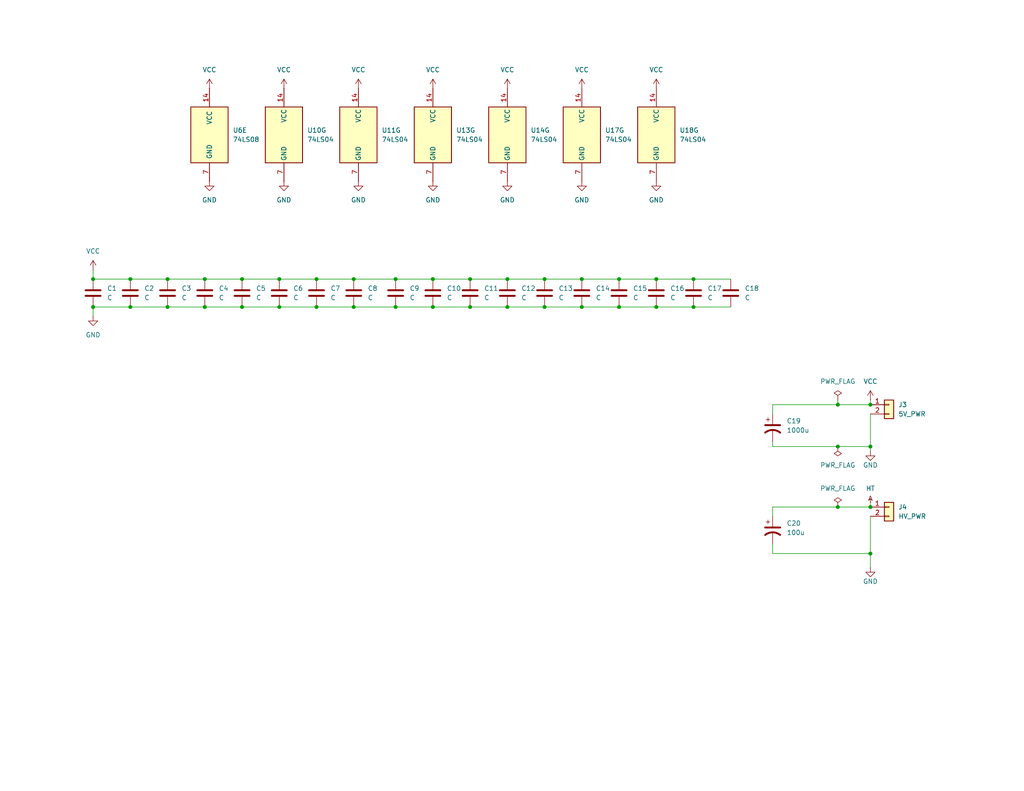
<source format=kicad_sch>
(kicad_sch (version 20231120) (generator "eeschema") (generator_version "8.0")
  (paper "USLetter")
  (title_block (title "TTL Calculator Display Driver") (date "2025-02-14") (rev "A"))
  (lib_symbols
    (symbol "74xx:74LS04"
      (property "Reference" "U" (at 0 1.27 0))
      (property "Value" "74LS04" (at 0 -1.27 0))
      (symbol "74LS04_1_0"
        (polyline (pts (xy -3.81 3.81) (xy -3.81 -3.81) (xy 3.81 0) (xy -3.81 3.81)) (stroke (width 0.254)) (fill (type background)))
        (pin input line (at -7.62 0 0) (length 3.81) (name "~") (number "1"))
        (pin output inverted (at 7.62 0 180) (length 3.81) (name "~") (number "2"))
      )
      (symbol "74LS04_2_0"
        (polyline (pts (xy -3.81 3.81) (xy -3.81 -3.81) (xy 3.81 0) (xy -3.81 3.81)) (stroke (width 0.254)) (fill (type background)))
        (pin input line (at -7.62 0 0) (length 3.81) (name "~") (number "3"))
        (pin output inverted (at 7.62 0 180) (length 3.81) (name "~") (number "4"))
      )
      (symbol "74LS04_3_0"
        (polyline (pts (xy -3.81 3.81) (xy -3.81 -3.81) (xy 3.81 0) (xy -3.81 3.81)) (stroke (width 0.254)) (fill (type background)))
        (pin input line (at -7.62 0 0) (length 3.81) (name "~") (number "5"))
        (pin output inverted (at 7.62 0 180) (length 3.81) (name "~") (number "6"))
      )
      (symbol "74LS04_4_0"
        (polyline (pts (xy -3.81 3.81) (xy -3.81 -3.81) (xy 3.81 0) (xy -3.81 3.81)) (stroke (width 0.254)) (fill (type background)))
        (pin output inverted (at 7.62 0 180) (length 3.81) (name "~") (number "8"))
        (pin input line (at -7.62 0 0) (length 3.81) (name "~") (number "9"))
      )
      (symbol "74LS04_5_0"
        (polyline (pts (xy -3.81 3.81) (xy -3.81 -3.81) (xy 3.81 0) (xy -3.81 3.81)) (stroke (width 0.254)) (fill (type background)))
        (pin output inverted (at 7.62 0 180) (length 3.81) (name "~") (number "10"))
        (pin input line (at -7.62 0 0) (length 3.81) (name "~") (number "11"))
      )
      (symbol "74LS04_6_0"
        (polyline (pts (xy -3.81 3.81) (xy -3.81 -3.81) (xy 3.81 0) (xy -3.81 3.81)) (stroke (width 0.254)) (fill (type background)))
        (pin output inverted (at 7.62 0 180) (length 3.81) (name "~") (number "12"))
        (pin input line (at -7.62 0 0) (length 3.81) (name "~") (number "13"))
      )
      (symbol "74LS04_7_0"
        (pin power_in line (at 0 12.7 270) (length 5.08) (name "VCC") (number "14"))
        (pin power_in line (at 0 -12.7 90) (length 5.08) (name "GND") (number "7"))
      )
      (symbol "74LS04_7_1"
        (rectangle (start -5.08 7.62) (end 5.08 -7.62) (stroke (width 0.254)) (fill (type background)))
      )
    )
    (symbol "74xx:74LS08" (pin_names (offset 1.016))
      (property "Reference" "U" (at 0 1.27 0))
      (property "Value" "74LS08" (at 0 -1.27 0))
      (symbol "74LS08_1_1"
        (arc (start 0 -3.81) (mid 3.7934 0) (end 0 3.81) (stroke (width 0.254)) (fill (type background)))
        (polyline (pts (xy 0 3.81) (xy -3.81 3.81) (xy -3.81 -3.81) (xy 0 -3.81)) (stroke (width 0.254)) (fill (type background)))
        (pin input line (at -7.62 2.54 0) (length 3.81) (name "~") (number "1"))
        (pin input line (at -7.62 -2.54 0) (length 3.81) (name "~") (number "2"))
        (pin output line (at 7.62 0 180) (length 3.81) (name "~") (number "3"))
      )
      (symbol "74LS08_1_2"
        (arc (start -3.81 -3.81) (mid -2.589 0) (end -3.81 3.81) (stroke (width 0.254)))
        (arc (start -0.6096 -3.81) (mid 2.1842 -2.5851) (end 3.81 0) (stroke (width 0.254)) (fill (type background)))
        (polyline (pts (xy -3.81 -3.81) (xy -0.635 -3.81)) (stroke (width 0.254)) (fill (type background)))
        (polyline (pts (xy -3.81 3.81) (xy -0.635 3.81)) (stroke (width 0.254)) (fill (type background)))
        (polyline (pts (xy -0.635 3.81) (xy -3.81 3.81) (xy -3.81 3.81) (xy -3.556 3.4036) (xy -3.0226 2.2606) (xy -2.6924 1.0414) (xy -2.6162 -0.254) (xy -2.7686 -1.4986) (xy -3.175 -2.7178) (xy -3.81 -3.81) (xy -3.81 -3.81) (xy -0.635 -3.81)) (stroke (width -25.4)) (fill (type background)))
        (arc (start 3.81 0) (mid 2.1915 2.5936) (end -0.6096 3.81) (stroke (width 0.254)) (fill (type background)))
        (pin input inverted (at -7.62 2.54 0) (length 4.318) (name "~") (number "1"))
        (pin input inverted (at -7.62 -2.54 0) (length 4.318) (name "~") (number "2"))
        (pin output inverted (at 7.62 0 180) (length 3.81) (name "~") (number "3"))
      )
      (symbol "74LS08_2_1"
        (arc (start 0 -3.81) (mid 3.7934 0) (end 0 3.81) (stroke (width 0.254)) (fill (type background)))
        (polyline (pts (xy 0 3.81) (xy -3.81 3.81) (xy -3.81 -3.81) (xy 0 -3.81)) (stroke (width 0.254)) (fill (type background)))
        (pin input line (at -7.62 2.54 0) (length 3.81) (name "~") (number "4"))
        (pin input line (at -7.62 -2.54 0) (length 3.81) (name "~") (number "5"))
        (pin output line (at 7.62 0 180) (length 3.81) (name "~") (number "6"))
      )
      (symbol "74LS08_2_2"
        (arc (start -3.81 -3.81) (mid -2.589 0) (end -3.81 3.81) (stroke (width 0.254)))
        (arc (start -0.6096 -3.81) (mid 2.1842 -2.5851) (end 3.81 0) (stroke (width 0.254)) (fill (type background)))
        (polyline (pts (xy -3.81 -3.81) (xy -0.635 -3.81)) (stroke (width 0.254)) (fill (type background)))
        (polyline (pts (xy -3.81 3.81) (xy -0.635 3.81)) (stroke (width 0.254)) (fill (type background)))
        (polyline (pts (xy -0.635 3.81) (xy -3.81 3.81) (xy -3.81 3.81) (xy -3.556 3.4036) (xy -3.0226 2.2606) (xy -2.6924 1.0414) (xy -2.6162 -0.254) (xy -2.7686 -1.4986) (xy -3.175 -2.7178) (xy -3.81 -3.81) (xy -3.81 -3.81) (xy -0.635 -3.81)) (stroke (width -25.4)) (fill (type background)))
        (arc (start 3.81 0) (mid 2.1915 2.5936) (end -0.6096 3.81) (stroke (width 0.254)) (fill (type background)))
        (pin input inverted (at -7.62 2.54 0) (length 4.318) (name "~") (number "4"))
        (pin input inverted (at -7.62 -2.54 0) (length 4.318) (name "~") (number "5"))
        (pin output inverted (at 7.62 0 180) (length 3.81) (name "~") (number "6"))
      )
      (symbol "74LS08_3_1"
        (arc (start 0 -3.81) (mid 3.7934 0) (end 0 3.81) (stroke (width 0.254)) (fill (type background)))
        (polyline (pts (xy 0 3.81) (xy -3.81 3.81) (xy -3.81 -3.81) (xy 0 -3.81)) (stroke (width 0.254)) (fill (type background)))
        (pin input line (at -7.62 -2.54 0) (length 3.81) (name "~") (number "10"))
        (pin output line (at 7.62 0 180) (length 3.81) (name "~") (number "8"))
        (pin input line (at -7.62 2.54 0) (length 3.81) (name "~") (number "9"))
      )
      (symbol "74LS08_3_2"
        (arc (start -3.81 -3.81) (mid -2.589 0) (end -3.81 3.81) (stroke (width 0.254)))
        (arc (start -0.6096 -3.81) (mid 2.1842 -2.5851) (end 3.81 0) (stroke (width 0.254)) (fill (type background)))
        (polyline (pts (xy -3.81 -3.81) (xy -0.635 -3.81)) (stroke (width 0.254)) (fill (type background)))
        (polyline (pts (xy -3.81 3.81) (xy -0.635 3.81)) (stroke (width 0.254)) (fill (type background)))
        (polyline (pts (xy -0.635 3.81) (xy -3.81 3.81) (xy -3.81 3.81) (xy -3.556 3.4036) (xy -3.0226 2.2606) (xy -2.6924 1.0414) (xy -2.6162 -0.254) (xy -2.7686 -1.4986) (xy -3.175 -2.7178) (xy -3.81 -3.81) (xy -3.81 -3.81) (xy -0.635 -3.81)) (stroke (width -25.4)) (fill (type background)))
        (arc (start 3.81 0) (mid 2.1915 2.5936) (end -0.6096 3.81) (stroke (width 0.254)) (fill (type background)))
        (pin input inverted (at -7.62 -2.54 0) (length 4.318) (name "~") (number "10"))
        (pin output inverted (at 7.62 0 180) (length 3.81) (name "~") (number "8"))
        (pin input inverted (at -7.62 2.54 0) (length 4.318) (name "~") (number "9"))
      )
      (symbol "74LS08_4_1"
        (arc (start 0 -3.81) (mid 3.7934 0) (end 0 3.81) (stroke (width 0.254)) (fill (type background)))
        (polyline (pts (xy 0 3.81) (xy -3.81 3.81) (xy -3.81 -3.81) (xy 0 -3.81)) (stroke (width 0.254)) (fill (type background)))
        (pin output line (at 7.62 0 180) (length 3.81) (name "~") (number "11"))
        (pin input line (at -7.62 2.54 0) (length 3.81) (name "~") (number "12"))
        (pin input line (at -7.62 -2.54 0) (length 3.81) (name "~") (number "13"))
      )
      (symbol "74LS08_4_2"
        (arc (start -3.81 -3.81) (mid -2.589 0) (end -3.81 3.81) (stroke (width 0.254)))
        (arc (start -0.6096 -3.81) (mid 2.1842 -2.5851) (end 3.81 0) (stroke (width 0.254)) (fill (type background)))
        (polyline (pts (xy -3.81 -3.81) (xy -0.635 -3.81)) (stroke (width 0.254)) (fill (type background)))
        (polyline (pts (xy -3.81 3.81) (xy -0.635 3.81)) (stroke (width 0.254)) (fill (type background)))
        (polyline (pts (xy -0.635 3.81) (xy -3.81 3.81) (xy -3.81 3.81) (xy -3.556 3.4036) (xy -3.0226 2.2606) (xy -2.6924 1.0414) (xy -2.6162 -0.254) (xy -2.7686 -1.4986) (xy -3.175 -2.7178) (xy -3.81 -3.81) (xy -3.81 -3.81) (xy -0.635 -3.81)) (stroke (width -25.4)) (fill (type background)))
        (arc (start 3.81 0) (mid 2.1915 2.5936) (end -0.6096 3.81) (stroke (width 0.254)) (fill (type background)))
        (pin output inverted (at 7.62 0 180) (length 3.81) (name "~") (number "11"))
        (pin input inverted (at -7.62 2.54 0) (length 4.318) (name "~") (number "12"))
        (pin input inverted (at -7.62 -2.54 0) (length 4.318) (name "~") (number "13"))
      )
      (symbol "74LS08_5_0"
        (pin power_in line (at 0 12.7 270) (length 5.08) (name "VCC") (number "14"))
        (pin power_in line (at 0 -12.7 90) (length 5.08) (name "GND") (number "7"))
      )
      (symbol "74LS08_5_1"
        (rectangle (start -5.08 7.62) (end 5.08 -7.62) (stroke (width 0.254)) (fill (type background)))
      )
    )
    (symbol "Connector_Generic:Conn_01x02" (pin_names (offset 1.016) hide)
      (property "Reference" "J" (at 0 2.54 0))
      (property "Value" "Conn_01x02" (at 0 -5.08 0))
      (symbol "Conn_01x02_1_1"
        (rectangle (start -1.27 -2.413) (end 0 -2.667) (stroke (width 0.1524)))
        (rectangle (start -1.27 0.127) (end 0 -0.127) (stroke (width 0.1524)))
        (rectangle (start -1.27 1.27) (end 1.27 -3.81) (stroke (width 0.254)) (fill (type background)))
        (pin passive line (at -5.08 0 0) (length 3.81) (name "Pin_1") (number "1"))
        (pin passive line (at -5.08 -2.54 0) (length 3.81) (name "Pin_2") (number "2"))
      )
    )
    (symbol "Device:C" (pin_numbers hide) (pin_names (offset 0.254))
      (property "Reference" "C" (at 0.635 2.54 0))
      (property "Value" "C" (at 0.635 -2.54 0))
      (symbol "C_0_1"
        (polyline (pts (xy -2.032 -0.762) (xy 2.032 -0.762)) (stroke (width 0.508)))
        (polyline (pts (xy -2.032 0.762) (xy 2.032 0.762)) (stroke (width 0.508)))
      )
      (symbol "C_1_1"
        (pin passive line (at 0 3.81 270) (length 2.794) (name "~") (number "1"))
        (pin passive line (at 0 -3.81 90) (length 2.794) (name "~") (number "2"))
      )
    )
    (symbol "Device:C_Polarized_US" (pin_numbers hide) (pin_names (offset 0.254) hide)
      (property "Reference" "C" (at 0.635 2.54 0))
      (property "Value" "C_Polarized_US" (at 0.635 -2.54 0))
      (symbol "C_Polarized_US_0_1"
        (polyline (pts (xy -2.032 0.762) (xy 2.032 0.762)) (stroke (width 0.508)))
        (polyline (pts (xy -1.778 2.286) (xy -0.762 2.286)))
        (polyline (pts (xy -1.27 1.778) (xy -1.27 2.794)))
        (arc (start 2.032 -1.27) (mid 0 -0.5572) (end -2.032 -1.27) (stroke (width 0.508)))
      )
      (symbol "C_Polarized_US_1_1"
        (pin passive line (at 0 3.81 270) (length 2.794) (name "~") (number "1"))
        (pin passive line (at 0 -3.81 90) (length 3.302) (name "~") (number "2"))
      )
    )
    (symbol "power:GND" (power) (pin_numbers hide) (pin_names (offset 0) hide)
      (property "Value" "GND" (at 0 -3.81 0))
      (symbol "GND_0_1"
        (polyline (pts (xy 0 0) (xy 0 -1.27) (xy 1.27 -1.27) (xy 0 -2.54) (xy -1.27 -1.27) (xy 0 -1.27)))
      )
      (symbol "GND_1_1"
        (pin power_in line (at 0 0 270) (length 0) (name "~") (number "1"))
      )
    )
    (symbol "power:HT" (power) (pin_numbers hide) (pin_names (offset 0) hide)
      (property "Value" "HT" (at 0 3.048 0))
      (symbol "HT_0_0"
        (pin power_in line (at 0 0 90) (length 0) (name "~") (number "1"))
      )
      (symbol "HT_0_1"
        (polyline (pts (xy 0 0) (xy 0 1.016) (xy 0 1.016)))
        (polyline (pts (xy 0 1.016) (xy 0.508 0.508) (xy 0 1.778) (xy -0.508 0.508) (xy 0 1.016) (xy 0 1.016)))
      )
    )
    (symbol "power:PWR_FLAG" (power) (pin_numbers hide) (pin_names (offset 0) hide)
      (property "Value" "PWR_FLAG" (at 0 3.81 0))
      (symbol "PWR_FLAG_0_0"
        (pin power_out line (at 0 0 90) (length 0) (name "~") (number "1"))
      )
      (symbol "PWR_FLAG_0_1"
        (polyline (pts (xy 0 0) (xy 0 1.27) (xy -1.016 1.905) (xy 0 2.54) (xy 1.016 1.905) (xy 0 1.27)))
      )
    )
    (symbol "power:VCC" (power) (pin_numbers hide) (pin_names (offset 0) hide)
      (property "Value" "VCC" (at 0 3.556 0))
      (symbol "VCC_0_1"
        (polyline (pts (xy -0.762 1.27) (xy 0 2.54)))
        (polyline (pts (xy 0 0) (xy 0 2.54)))
        (polyline (pts (xy 0 2.54) (xy 0.762 1.27)))
      )
      (symbol "VCC_1_1"
        (pin power_in line (at 0 0 90) (length 0) (name "~") (number "1"))
      )
    )
  )
  (junction (at 138.43 76.2))
  (junction (at 35.56 76.2))
  (junction (at 168.91 83.82))
  (junction (at 25.4 76.2))
  (junction (at 107.95 76.2))
  (junction (at 107.95 83.82))
  (junction (at 76.2 83.82))
  (junction (at 237.49 151.13))
  (junction (at 189.23 83.82))
  (junction (at 148.59 83.82))
  (junction (at 138.43 83.82))
  (junction (at 55.88 76.2))
  (junction (at 228.6 110.49))
  (junction (at 179.07 83.82))
  (junction (at 158.75 83.82))
  (junction (at 25.4 83.82))
  (junction (at 66.04 83.82))
  (junction (at 237.49 138.43))
  (junction (at 86.36 76.2))
  (junction (at 168.91 76.2))
  (junction (at 237.49 110.49))
  (junction (at 96.52 83.82))
  (junction (at 86.36 83.82))
  (junction (at 228.6 138.43))
  (junction (at 148.59 76.2))
  (junction (at 228.6 121.92))
  (junction (at 55.88 83.82))
  (junction (at 45.72 76.2))
  (junction (at 118.11 83.82))
  (junction (at 96.52 76.2))
  (junction (at 128.27 83.82))
  (junction (at 237.49 121.92))
  (junction (at 76.2 76.2))
  (junction (at 118.11 76.2))
  (junction (at 179.07 76.2))
  (junction (at 128.27 76.2))
  (junction (at 45.72 83.82))
  (junction (at 189.23 76.2))
  (junction (at 66.04 76.2))
  (junction (at 158.75 76.2))
  (junction (at 35.56 83.82))
  (wire (pts (xy 45.72 76.2) (xy 55.88 76.2)))
  (wire (pts (xy 210.82 148.59) (xy 210.82 151.13)))
  (wire (pts (xy 86.36 76.2) (xy 96.52 76.2)))
  (wire (pts (xy 237.49 154.94) (xy 237.49 151.13)))
  (wire (pts (xy 237.49 121.92) (xy 237.49 113.03)))
  (wire (pts (xy 189.23 83.82) (xy 199.39 83.82)))
  (wire (pts (xy 168.91 83.82) (xy 179.07 83.82)))
  (wire (pts (xy 66.04 76.2) (xy 76.2 76.2)))
  (wire (pts (xy 237.49 137.16) (xy 237.49 138.43)))
  (wire (pts (xy 107.95 83.82) (xy 118.11 83.82)))
  (wire (pts (xy 25.4 73.66) (xy 25.4 76.2)))
  (wire (pts (xy 210.82 138.43) (xy 228.6 138.43)))
  (wire (pts (xy 158.75 76.2) (xy 168.91 76.2)))
  (wire (pts (xy 45.72 83.82) (xy 55.88 83.82)))
  (wire (pts (xy 210.82 151.13) (xy 237.49 151.13)))
  (wire (pts (xy 96.52 76.2) (xy 107.95 76.2)))
  (wire (pts (xy 138.43 83.82) (xy 148.59 83.82)))
  (wire (pts (xy 237.49 151.13) (xy 237.49 140.97)))
  (wire (pts (xy 148.59 76.2) (xy 158.75 76.2)))
  (wire (pts (xy 237.49 123.19) (xy 237.49 121.92)))
  (wire (pts (xy 179.07 76.2) (xy 189.23 76.2)))
  (wire (pts (xy 228.6 138.43) (xy 237.49 138.43)))
  (wire (pts (xy 228.6 109.22) (xy 228.6 110.49)))
  (wire (pts (xy 76.2 76.2) (xy 86.36 76.2)))
  (wire (pts (xy 148.59 83.82) (xy 158.75 83.82)))
  (wire (pts (xy 55.88 83.82) (xy 66.04 83.82)))
  (wire (pts (xy 158.75 83.82) (xy 168.91 83.82)))
  (wire (pts (xy 96.52 83.82) (xy 107.95 83.82)))
  (wire (pts (xy 128.27 76.2) (xy 138.43 76.2)))
  (wire (pts (xy 168.91 76.2) (xy 179.07 76.2)))
  (wire (pts (xy 107.95 76.2) (xy 118.11 76.2)))
  (wire (pts (xy 210.82 110.49) (xy 228.6 110.49)))
  (wire (pts (xy 118.11 76.2) (xy 128.27 76.2)))
  (wire (pts (xy 210.82 140.97) (xy 210.82 138.43)))
  (wire (pts (xy 210.82 121.92) (xy 228.6 121.92)))
  (wire (pts (xy 86.36 83.82) (xy 96.52 83.82)))
  (wire (pts (xy 189.23 76.2) (xy 199.39 76.2)))
  (wire (pts (xy 237.49 109.22) (xy 237.49 110.49)))
  (wire (pts (xy 25.4 83.82) (xy 25.4 86.36)))
  (wire (pts (xy 138.43 76.2) (xy 148.59 76.2)))
  (wire (pts (xy 118.11 83.82) (xy 128.27 83.82)))
  (wire (pts (xy 66.04 83.82) (xy 76.2 83.82)))
  (wire (pts (xy 179.07 83.82) (xy 189.23 83.82)))
  (wire (pts (xy 35.56 76.2) (xy 45.72 76.2)))
  (wire (pts (xy 210.82 120.65) (xy 210.82 121.92)))
  (wire (pts (xy 25.4 76.2) (xy 35.56 76.2)))
  (wire (pts (xy 228.6 121.92) (xy 237.49 121.92)))
  (wire (pts (xy 25.4 83.82) (xy 35.56 83.82)))
  (wire (pts (xy 228.6 110.49) (xy 237.49 110.49)))
  (wire (pts (xy 55.88 76.2) (xy 66.04 76.2)))
  (wire (pts (xy 35.56 83.82) (xy 45.72 83.82)))
  (wire (pts (xy 128.27 83.82) (xy 138.43 83.82)))
  (wire (pts (xy 76.2 83.82) (xy 86.36 83.82)))
  (wire (pts (xy 210.82 113.03) (xy 210.82 110.49)))
  (symbol (lib_id "power:VCC") (at 237.49 109.22 0) (unit 1)
    (property "Reference" "#PWR096" (effects (hide yes)))
    (property "Value" "VCC" (at 237.49 104.14 0))
    (property "Description" "Power symbol creates a global label with name \"VCC\"" (effects (hide yes)))
  )
  (symbol (lib_id "Device:C") (at 168.91 80.01 0) (unit 1)
    (property "Reference" "C15" (at 172.72 78.7399 0) (effects (justify left)))
    (property "Value" "C" (at 172.72 81.2799 0) (effects (justify left)))
    (property "Footprint" "Capacitor_THT:C_Disc_D5.0mm_W2.5mm_P5.00mm" (effects (hide yes)))
    (property "Description" "Unpolarized capacitor" (effects (hide yes)))
  )
  (symbol (lib_id "Device:C") (at 86.36 80.01 0) (unit 1)
    (property "Reference" "C7" (at 90.17 78.7399 0) (effects (justify left)))
    (property "Value" "C" (at 90.17 81.2799 0) (effects (justify left)))
    (property "Footprint" "Capacitor_THT:C_Disc_D5.0mm_W2.5mm_P5.00mm" (effects (hide yes)))
    (property "Description" "Unpolarized capacitor" (effects (hide yes)))
  )
  (symbol (lib_id "74xx:74LS04") (at 118.11 36.83 0) (unit 7)
    (property "Reference" "U13" (at 124.46 35.5599 0) (effects (justify left)))
    (property "Value" "74LS04" (at 124.46 38.0999 0) (effects (justify left)))
    (property "Footprint" "Package_DIP:DIP-14_W7.62mm" (effects (hide yes)))
    (property "Datasheet" "http://www.ti.com/lit/gpn/sn74LS04" (effects (hide yes)))
    (property "Description" "Hex Inverter" (effects (hide yes)))
  )
  (symbol (lib_id "power:PWR_FLAG") (at 228.6 121.92 180) (unit 1)
    (property "Reference" "#FLG02" (effects (hide yes)))
    (property "Value" "PWR_FLAG" (at 228.6 127 0))
    (property "Description" "Special symbol for telling ERC where power comes from" (effects (hide yes)))
  )
  (symbol (lib_id "power:GND") (at 25.4 86.36 0) (unit 1)
    (property "Reference" "#PWR081" (effects (hide yes)))
    (property "Value" "GND" (at 25.4 91.44 0))
    (property "Description" "Power symbol creates a global label with name \"GND\" , ground" (effects (hide yes)))
  )
  (symbol (lib_id "Device:C") (at 96.52 80.01 0) (unit 1)
    (property "Reference" "C8" (at 100.33 78.7399 0) (effects (justify left)))
    (property "Value" "C" (at 100.33 81.2799 0) (effects (justify left)))
    (property "Footprint" "Capacitor_THT:C_Disc_D5.0mm_W2.5mm_P5.00mm" (effects (hide yes)))
    (property "Description" "Unpolarized capacitor" (effects (hide yes)))
  )
  (symbol (lib_id "power:VCC") (at 57.15 24.13 0) (unit 1)
    (property "Reference" "#PWR082" (effects (hide yes)))
    (property "Value" "VCC" (at 57.15 19.05 0))
    (property "Description" "Power symbol creates a global label with name \"VCC\"" (effects (hide yes)))
  )
  (symbol (lib_id "power:PWR_FLAG") (at 228.6 138.43 0) (unit 1)
    (property "Reference" "#FLG03" (effects (hide yes)))
    (property "Value" "PWR_FLAG" (at 228.6 133.35 0))
    (property "Description" "Special symbol for telling ERC where power comes from" (effects (hide yes)))
  )
  (symbol (lib_id "74xx:74LS08") (at 57.15 36.83 0) (unit 5)
    (property "Reference" "U6" (at 63.5 35.5599 0) (effects (justify left)))
    (property "Value" "74LS08" (at 63.5 38.0999 0) (effects (justify left)))
    (property "Footprint" "Package_DIP:DIP-14_W7.62mm" (effects (hide yes)))
    (property "Datasheet" "http://www.ti.com/lit/gpn/sn74LS08" (effects (hide yes)))
    (property "Description" "Quad And2" (effects (hide yes)))
  )
  (symbol (lib_id "Device:C") (at 76.2 80.01 0) (unit 1)
    (property "Reference" "C6" (at 80.01 78.7399 0) (effects (justify left)))
    (property "Value" "C" (at 80.01 81.2799 0) (effects (justify left)))
    (property "Footprint" "Capacitor_THT:C_Disc_D5.0mm_W2.5mm_P5.00mm" (effects (hide yes)))
    (property "Description" "Unpolarized capacitor" (effects (hide yes)))
  )
  (symbol (lib_id "Device:C") (at 35.56 80.01 0) (unit 1)
    (property "Reference" "C2" (at 39.37 78.7399 0) (effects (justify left)))
    (property "Value" "C" (at 39.37 81.2799 0) (effects (justify left)))
    (property "Footprint" "Capacitor_THT:C_Disc_D5.0mm_W2.5mm_P5.00mm" (effects (hide yes)))
    (property "Description" "Unpolarized capacitor" (effects (hide yes)))
  )
  (symbol (lib_id "Device:C") (at 66.04 80.01 0) (unit 1)
    (property "Reference" "C5" (at 69.85 78.7399 0) (effects (justify left)))
    (property "Value" "C" (at 69.85 81.2799 0) (effects (justify left)))
    (property "Footprint" "Capacitor_THT:C_Disc_D5.0mm_W2.5mm_P5.00mm" (effects (hide yes)))
    (property "Description" "Unpolarized capacitor" (effects (hide yes)))
  )
  (symbol (lib_id "power:GND") (at 179.07 49.53 0) (unit 1)
    (property "Reference" "#PWR095" (effects (hide yes)))
    (property "Value" "GND" (at 179.07 54.61 0))
    (property "Description" "Power symbol creates a global label with name \"GND\" , ground" (effects (hide yes)))
  )
  (symbol (lib_id "power:GND") (at 237.49 123.19 0) (unit 1)
    (property "Reference" "#PWR097" (effects (hide yes)))
    (property "Value" "GND" (at 237.49 127 0))
    (property "Description" "Power symbol creates a global label with name \"GND\" , ground" (effects (hide yes)))
  )
  (symbol (lib_id "74xx:74LS04") (at 158.75 36.83 0) (unit 7)
    (property "Reference" "U17" (at 165.1 35.5599 0) (effects (justify left)))
    (property "Value" "74LS04" (at 165.1 38.0999 0) (effects (justify left)))
    (property "Footprint" "Package_DIP:DIP-14_W7.62mm" (effects (hide yes)))
    (property "Datasheet" "http://www.ti.com/lit/gpn/sn74LS04" (effects (hide yes)))
    (property "Description" "Hex Inverter" (effects (hide yes)))
  )
  (symbol (lib_id "74xx:74LS04") (at 179.07 36.83 0) (unit 7)
    (property "Reference" "U18" (at 185.42 35.5599 0) (effects (justify left)))
    (property "Value" "74LS04" (at 185.42 38.0999 0) (effects (justify left)))
    (property "Footprint" "Package_DIP:DIP-14_W7.62mm" (effects (hide yes)))
    (property "Datasheet" "http://www.ti.com/lit/gpn/sn74LS04" (effects (hide yes)))
    (property "Description" "Hex Inverter" (effects (hide yes)))
  )
  (symbol (lib_id "power:GND") (at 57.15 49.53 0) (unit 1)
    (property "Reference" "#PWR083" (effects (hide yes)))
    (property "Value" "GND" (at 57.15 54.61 0))
    (property "Description" "Power symbol creates a global label with name \"GND\" , ground" (effects (hide yes)))
  )
  (symbol (lib_id "Device:C") (at 128.27 80.01 0) (unit 1)
    (property "Reference" "C11" (at 132.08 78.7399 0) (effects (justify left)))
    (property "Value" "C" (at 132.08 81.2799 0) (effects (justify left)))
    (property "Footprint" "Capacitor_THT:C_Disc_D5.0mm_W2.5mm_P5.00mm" (effects (hide yes)))
    (property "Description" "Unpolarized capacitor" (effects (hide yes)))
  )
  (symbol (lib_id "power:VCC") (at 179.07 24.13 0) (unit 1)
    (property "Reference" "#PWR094" (effects (hide yes)))
    (property "Value" "VCC" (at 179.07 19.05 0))
    (property "Description" "Power symbol creates a global label with name \"VCC\"" (effects (hide yes)))
  )
  (symbol (lib_id "power:VCC") (at 77.47 24.13 0) (unit 1)
    (property "Reference" "#PWR084" (effects (hide yes)))
    (property "Value" "VCC" (at 77.47 19.05 0))
    (property "Description" "Power symbol creates a global label with name \"VCC\"" (effects (hide yes)))
  )
  (symbol (lib_id "Device:C") (at 179.07 80.01 0) (unit 1)
    (property "Reference" "C16" (at 182.88 78.7399 0) (effects (justify left)))
    (property "Value" "C" (at 182.88 81.2799 0) (effects (justify left)))
    (property "Footprint" "Capacitor_THT:C_Disc_D5.0mm_W2.5mm_P5.00mm" (effects (hide yes)))
    (property "Description" "Unpolarized capacitor" (effects (hide yes)))
  )
  (symbol (lib_id "power:GND") (at 118.11 49.53 0) (unit 1)
    (property "Reference" "#PWR089" (effects (hide yes)))
    (property "Value" "GND" (at 118.11 54.61 0))
    (property "Description" "Power symbol creates a global label with name \"GND\" , ground" (effects (hide yes)))
  )
  (symbol (lib_id "Device:C") (at 118.11 80.01 0) (unit 1)
    (property "Reference" "C10" (at 121.92 78.7399 0) (effects (justify left)))
    (property "Value" "C" (at 121.92 81.2799 0) (effects (justify left)))
    (property "Footprint" "Capacitor_THT:C_Disc_D5.0mm_W2.5mm_P5.00mm" (effects (hide yes)))
    (property "Description" "Unpolarized capacitor" (effects (hide yes)))
  )
  (symbol (lib_id "power:GND") (at 237.49 154.94 0) (unit 1)
    (property "Reference" "#PWR099" (effects (hide yes)))
    (property "Value" "GND" (at 237.49 158.75 0))
    (property "Description" "Power symbol creates a global label with name \"GND\" , ground" (effects (hide yes)))
  )
  (symbol (lib_id "Device:C") (at 158.75 80.01 0) (unit 1)
    (property "Reference" "C14" (at 162.56 78.7399 0) (effects (justify left)))
    (property "Value" "C" (at 162.56 81.2799 0) (effects (justify left)))
    (property "Footprint" "Capacitor_THT:C_Disc_D5.0mm_W2.5mm_P5.00mm" (effects (hide yes)))
    (property "Description" "Unpolarized capacitor" (effects (hide yes)))
  )
  (symbol (lib_id "power:VCC") (at 158.75 24.13 0) (unit 1)
    (property "Reference" "#PWR092" (effects (hide yes)))
    (property "Value" "VCC" (at 158.75 19.05 0))
    (property "Description" "Power symbol creates a global label with name \"VCC\"" (effects (hide yes)))
  )
  (symbol (lib_id "Device:C") (at 189.23 80.01 0) (unit 1)
    (property "Reference" "C17" (at 193.04 78.7399 0) (effects (justify left)))
    (property "Value" "C" (at 193.04 81.2799 0) (effects (justify left)))
    (property "Footprint" "Capacitor_THT:C_Disc_D5.0mm_W2.5mm_P5.00mm" (effects (hide yes)))
    (property "Description" "Unpolarized capacitor" (effects (hide yes)))
  )
  (symbol (lib_id "power:GND") (at 158.75 49.53 0) (unit 1)
    (property "Reference" "#PWR093" (effects (hide yes)))
    (property "Value" "GND" (at 158.75 54.61 0))
    (property "Description" "Power symbol creates a global label with name \"GND\" , ground" (effects (hide yes)))
  )
  (symbol (lib_id "Device:C") (at 138.43 80.01 0) (unit 1)
    (property "Reference" "C12" (at 142.24 78.7399 0) (effects (justify left)))
    (property "Value" "C" (at 142.24 81.2799 0) (effects (justify left)))
    (property "Footprint" "Capacitor_THT:C_Disc_D5.0mm_W2.5mm_P5.00mm" (effects (hide yes)))
    (property "Description" "Unpolarized capacitor" (effects (hide yes)))
  )
  (symbol (lib_id "power:VCC") (at 118.11 24.13 0) (unit 1)
    (property "Reference" "#PWR088" (effects (hide yes)))
    (property "Value" "VCC" (at 118.11 19.05 0))
    (property "Description" "Power symbol creates a global label with name \"VCC\"" (effects (hide yes)))
  )
  (symbol (lib_id "74xx:74LS04") (at 138.43 36.83 0) (unit 7)
    (property "Reference" "U14" (at 144.78 35.5599 0) (effects (justify left)))
    (property "Value" "74LS04" (at 144.78 38.0999 0) (effects (justify left)))
    (property "Footprint" "Package_DIP:DIP-14_W7.62mm" (effects (hide yes)))
    (property "Datasheet" "http://www.ti.com/lit/gpn/sn74LS04" (effects (hide yes)))
    (property "Description" "Hex Inverter" (effects (hide yes)))
  )
  (symbol (lib_id "Device:C") (at 25.4 80.01 0) (unit 1)
    (property "Reference" "C1" (at 29.21 78.7399 0) (effects (justify left)))
    (property "Value" "C" (at 29.21 81.2799 0) (effects (justify left)))
    (property "Footprint" "Capacitor_THT:C_Disc_D5.0mm_W2.5mm_P5.00mm" (effects (hide yes)))
    (property "Description" "Unpolarized capacitor" (effects (hide yes)))
  )
  (symbol (lib_id "power:GND") (at 77.47 49.53 0) (unit 1)
    (property "Reference" "#PWR085" (effects (hide yes)))
    (property "Value" "GND" (at 77.47 54.61 0))
    (property "Description" "Power symbol creates a global label with name \"GND\" , ground" (effects (hide yes)))
  )
  (symbol (lib_id "Connector_Generic:Conn_01x02") (at 242.57 138.43 0) (unit 1)
    (property "Reference" "J4" (at 245.11 138.4299 0) (effects (justify left)))
    (property "Value" "HV_PWR" (at 245.11 140.9699 0) (effects (justify left)))
    (property "Footprint" "TerminalBlock_Phoenix:TerminalBlock_Phoenix_MKDS-1,5-2-5.08_1x02_P5.08mm_Horizontal" (effects (hide yes)))
    (property "Description" "Generic connector, single row, 01x02, script generated (kicad-library-utils/schlib/autogen/connector/)" (effects (hide yes)))
  )
  (symbol (lib_id "Device:C_Polarized_US") (at 210.82 144.78 0) (unit 1)
    (property "Reference" "C20" (at 214.63 142.8749 0) (effects (justify left)))
    (property "Value" "100u" (at 214.63 145.4149 0) (effects (justify left)))
    (property "Footprint" "Capacitor_THT:CP_Radial_D18.0mm_P7.50mm" (effects (hide yes)))
    (property "Description" "Polarized capacitor, US symbol" (effects (hide yes)))
  )
  (symbol (lib_id "power:PWR_FLAG") (at 228.6 109.22 0) (unit 1)
    (property "Reference" "#FLG01" (effects (hide yes)))
    (property "Value" "PWR_FLAG" (at 228.6 104.14 0))
    (property "Description" "Special symbol for telling ERC where power comes from" (effects (hide yes)))
  )
  (symbol (lib_id "power:VCC") (at 25.4 73.66 0) (unit 1)
    (property "Reference" "#PWR080" (effects (hide yes)))
    (property "Value" "VCC" (at 25.4 68.58 0))
    (property "Description" "Power symbol creates a global label with name \"VCC\"" (effects (hide yes)))
  )
  (symbol (lib_id "power:HT") (at 237.49 137.16 0) (unit 1)
    (property "Reference" "#PWR098" (effects (hide yes)))
    (property "Value" "HT" (at 237.49 133.35 0))
    (property "Description" "Power symbol creates a global label with name \"HT\"" (effects (hide yes)))
  )
  (symbol (lib_id "power:GND") (at 97.79 49.53 0) (unit 1)
    (property "Reference" "#PWR087" (effects (hide yes)))
    (property "Value" "GND" (at 97.79 54.61 0))
    (property "Description" "Power symbol creates a global label with name \"GND\" , ground" (effects (hide yes)))
  )
  (symbol (lib_id "Device:C_Polarized_US") (at 210.82 116.84 0) (unit 1)
    (property "Reference" "C19" (at 214.63 114.9349 0) (effects (justify left)))
    (property "Value" "1000u" (at 214.63 117.4749 0) (effects (justify left)))
    (property "Footprint" "Capacitor_THT:CP_Radial_D10.0mm_P5.00mm" (effects (hide yes)))
    (property "Description" "Polarized capacitor, US symbol" (effects (hide yes)))
  )
  (symbol (lib_id "Device:C") (at 55.88 80.01 0) (unit 1)
    (property "Reference" "C4" (at 59.69 78.7399 0) (effects (justify left)))
    (property "Value" "C" (at 59.69 81.2799 0) (effects (justify left)))
    (property "Footprint" "Capacitor_THT:C_Disc_D5.0mm_W2.5mm_P5.00mm" (effects (hide yes)))
    (property "Description" "Unpolarized capacitor" (effects (hide yes)))
  )
  (symbol (lib_id "Connector_Generic:Conn_01x02") (at 242.57 110.49 0) (unit 1)
    (property "Reference" "J3" (at 245.11 110.4899 0) (effects (justify left)))
    (property "Value" "5V_PWR" (at 245.11 113.0299 0) (effects (justify left)))
    (property "Footprint" "TerminalBlock_Phoenix:TerminalBlock_Phoenix_MKDS-1,5-2-5.08_1x02_P5.08mm_Horizontal" (effects (hide yes)))
    (property "Description" "Generic connector, single row, 01x02, script generated (kicad-library-utils/schlib/autogen/connector/)" (effects (hide yes)))
  )
  (symbol (lib_id "Device:C") (at 148.59 80.01 0) (unit 1)
    (property "Reference" "C13" (at 152.4 78.7399 0) (effects (justify left)))
    (property "Value" "C" (at 152.4 81.2799 0) (effects (justify left)))
    (property "Footprint" "Capacitor_THT:C_Disc_D5.0mm_W2.5mm_P5.00mm" (effects (hide yes)))
    (property "Description" "Unpolarized capacitor" (effects (hide yes)))
  )
  (symbol (lib_id "74xx:74LS04") (at 97.79 36.83 0) (unit 7)
    (property "Reference" "U11" (at 104.14 35.5599 0) (effects (justify left)))
    (property "Value" "74LS04" (at 104.14 38.0999 0) (effects (justify left)))
    (property "Footprint" "Package_DIP:DIP-14_W7.62mm" (effects (hide yes)))
    (property "Datasheet" "http://www.ti.com/lit/gpn/sn74LS04" (effects (hide yes)))
    (property "Description" "Hex Inverter" (effects (hide yes)))
  )
  (symbol (lib_id "power:GND") (at 138.43 49.53 0) (unit 1)
    (property "Reference" "#PWR091" (effects (hide yes)))
    (property "Value" "GND" (at 138.43 54.61 0))
    (property "Description" "Power symbol creates a global label with name \"GND\" , ground" (effects (hide yes)))
  )
  (symbol (lib_id "74xx:74LS04") (at 77.47 36.83 0) (unit 7)
    (property "Reference" "U10" (at 83.82 35.5599 0) (effects (justify left)))
    (property "Value" "74LS04" (at 83.82 38.0999 0) (effects (justify left)))
    (property "Footprint" "Package_DIP:DIP-14_W7.62mm" (effects (hide yes)))
    (property "Datasheet" "http://www.ti.com/lit/gpn/sn74LS04" (effects (hide yes)))
    (property "Description" "Hex Inverter" (effects (hide yes)))
  )
  (symbol (lib_id "Device:C") (at 199.39 80.01 0) (unit 1)
    (property "Reference" "C18" (at 203.2 78.7399 0) (effects (justify left)))
    (property "Value" "C" (at 203.2 81.2799 0) (effects (justify left)))
    (property "Footprint" "Capacitor_THT:C_Disc_D5.0mm_W2.5mm_P5.00mm" (effects (hide yes)))
    (property "Description" "Unpolarized capacitor" (effects (hide yes)))
  )
  (symbol (lib_id "Device:C") (at 45.72 80.01 0) (unit 1)
    (property "Reference" "C3" (at 49.53 78.7399 0) (effects (justify left)))
    (property "Value" "C" (at 49.53 81.2799 0) (effects (justify left)))
    (property "Footprint" "Capacitor_THT:C_Disc_D5.0mm_W2.5mm_P5.00mm" (effects (hide yes)))
    (property "Description" "Unpolarized capacitor" (effects (hide yes)))
  )
  (symbol (lib_id "power:VCC") (at 97.79 24.13 0) (unit 1)
    (property "Reference" "#PWR086" (effects (hide yes)))
    (property "Value" "VCC" (at 97.79 19.05 0))
    (property "Description" "Power symbol creates a global label with name \"VCC\"" (effects (hide yes)))
  )
  (symbol (lib_id "power:VCC") (at 138.43 24.13 0) (unit 1)
    (property "Reference" "#PWR090" (effects (hide yes)))
    (property "Value" "VCC" (at 138.43 19.05 0))
    (property "Description" "Power symbol creates a global label with name \"VCC\"" (effects (hide yes)))
  )
  (symbol (lib_id "Device:C") (at 107.95 80.01 0) (unit 1)
    (property "Reference" "C9" (at 111.76 78.7399 0) (effects (justify left)))
    (property "Value" "C" (at 111.76 81.2799 0) (effects (justify left)))
    (property "Footprint" "Capacitor_THT:C_Disc_D5.0mm_W2.5mm_P5.00mm" (effects (hide yes)))
    (property "Description" "Unpolarized capacitor" (effects (hide yes)))
  )
)
</source>
